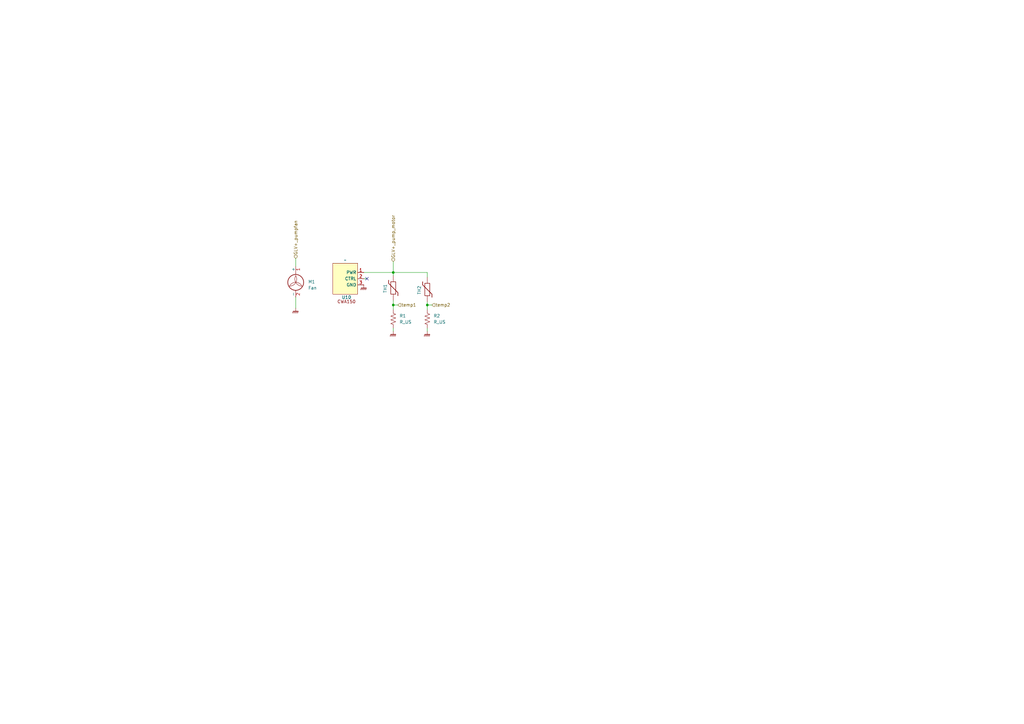
<source format=kicad_sch>
(kicad_sch (version 20231120) (generator "eeschema") (generator_version "8.0")
  (paper "A3")
  (title_block (title "SC FormulaE Electrical System"))
  (lib_symbols
    (symbol "Device:R_US" (pin_numbers hide) (pin_names (offset 0))
      (property "Reference" "R" (at 2.54 0 90))
      (property "Value" "R_US" (at -2.54 0 90))
      (symbol "R_US_0_1"
        (polyline (pts (xy 0 -2.286) (xy 0 -2.54)))
        (polyline (pts (xy 0 2.286) (xy 0 2.54)))
        (polyline (pts (xy 0 -0.762) (xy 1.016 -1.143) (xy 0 -1.524) (xy -1.016 -1.905) (xy 0 -2.286)))
        (polyline (pts (xy 0 0.762) (xy 1.016 0.381) (xy 0 0) (xy -1.016 -0.381) (xy 0 -0.762)))
        (polyline (pts (xy 0 2.286) (xy 1.016 1.905) (xy 0 1.524) (xy -1.016 1.143) (xy 0 0.762)))
      )
      (symbol "R_US_1_1"
        (pin passive line (at 0 3.81 270) (length 1.27) (name "~") (number "1"))
        (pin passive line (at 0 -3.81 90) (length 1.27) (name "~") (number "2"))
      )
    )
    (symbol "Device:Thermistor" (pin_numbers hide) (pin_names (offset 0))
      (property "Reference" "TH" (at 2.54 1.27 90))
      (property "Value" "Thermistor" (at -2.54 0 90))
      (symbol "Thermistor_0_1"
        (rectangle (start -1.016 2.54) (end 1.016 -2.54) (stroke (width 0.2032)))
        (polyline (pts (xy -1.905 3.175) (xy -1.905 1.905) (xy 1.905 -1.905) (xy 1.905 -3.175) (xy 1.905 -3.175)) (stroke (width 0.254)))
      )
      (symbol "Thermistor_1_1"
        (pin passive line (at 0 5.08 270) (length 2.54) (name "~") (number "1"))
        (pin passive line (at 0 -5.08 90) (length 2.54) (name "~") (number "2"))
      )
    )
    (symbol "FSAE:CWA150"
      (property "Reference" "U" (at 0 0 0))
      (symbol "CWA150_1_1"
        (rectangle (start -6.35 13.97) (end 3.81 1.27) (fill (type background)))
        (text "CWA150" (at -0.762 -1.778 0) (effects (font (size 1.27 1.27))))
        (pin input line (at 6.35 10.16 180) (length 2.54) (name "PWR") (number "1"))
        (pin input line (at 6.35 7.62 180) (length 2.54) (name "CTRL") (number "2"))
        (pin input line (at 6.35 5.08 180) (length 2.54) (name "GND") (number "3"))
      )
    )
    (symbol "Motor:Fan" (pin_names (offset 0))
      (property "Reference" "M" (at 2.54 5.08 0))
      (property "Value" "Fan" (at 2.54 -2.54 0))
      (symbol "Fan_0_1"
        (arc (start -2.54 -0.508) (mid 0.0028 0.9121) (end 0 3.81))
        (polyline (pts (xy 0 -5.08) (xy 0 -4.572)))
        (polyline (pts (xy 0 -2.2352) (xy 0 -2.6416)))
        (polyline (pts (xy 0 4.2672) (xy 0 4.6228)))
        (polyline (pts (xy 0 4.572) (xy 0 5.08)))
        (circle (center 0 1.016) (radius 3.2512) (stroke (width 0.254)))
        (arc (start 0 3.81) (mid 0.053 0.921) (end 2.54 -0.508))
        (arc (start 2.54 -0.508) (mid 0 1.0618) (end -2.54 -0.508))
      )
      (symbol "Fan_1_1"
        (pin passive line (at 0 7.62 270) (length 2.54) (name "+") (number "1"))
        (pin passive line (at 0 -5.08 90) (length 2.54) (name "-") (number "2"))
      )
    )
    (symbol "power:GNDPWR" (power) (pin_numbers hide) (pin_names (offset 0) hide)
      (property "Value" "GNDPWR" (at 0 -3.302 0))
      (symbol "GNDPWR_0_1"
        (polyline (pts (xy 0 -1.27) (xy 0 0)))
        (polyline (pts (xy -1.016 -1.27) (xy -1.27 -2.032) (xy -1.27 -2.032)) (stroke (width 0.2032)))
        (polyline (pts (xy -0.508 -1.27) (xy -0.762 -2.032) (xy -0.762 -2.032)) (stroke (width 0.2032)))
        (polyline (pts (xy 0 -1.27) (xy -0.254 -2.032) (xy -0.254 -2.032)) (stroke (width 0.2032)))
        (polyline (pts (xy 0.508 -1.27) (xy 0.254 -2.032) (xy 0.254 -2.032)) (stroke (width 0.2032)))
        (polyline (pts (xy 1.016 -1.27) (xy -1.016 -1.27) (xy -1.016 -1.27)) (stroke (width 0.2032)))
        (polyline (pts (xy 1.016 -1.27) (xy 0.762 -2.032) (xy 0.762 -2.032) (xy 0.762 -2.032)) (stroke (width 0.2032)))
      )
      (symbol "GNDPWR_1_1"
        (pin power_in line (at 0 0 270) (length 0) (name "~") (number "1"))
      )
    )
  )
  (junction (at 161.29 125.095))
  (junction (at 161.29 111.76))
  (junction (at 175.26 125.095))
  (no_connect (at 150.495 114.3))
  (wire (pts (xy 121.285 121.92) (xy 121.285 126.365)))
  (wire (pts (xy 161.29 134.62) (xy 161.29 135.89)))
  (wire (pts (xy 177.165 125.095) (xy 175.26 125.095)))
  (wire (pts (xy 161.29 107.315) (xy 161.29 111.76)))
  (wire (pts (xy 163.195 125.095) (xy 161.29 125.095)))
  (wire (pts (xy 121.285 106.045) (xy 121.285 109.22)))
  (wire (pts (xy 161.29 111.76) (xy 161.29 113.03)))
  (wire (pts (xy 161.29 111.76) (xy 175.26 111.76)))
  (wire (pts (xy 161.29 125.095) (xy 161.29 123.19)))
  (wire (pts (xy 161.29 111.76) (xy 149.225 111.76)))
  (wire (pts (xy 175.26 125.095) (xy 175.26 127)))
  (wire (pts (xy 175.26 111.76) (xy 175.26 113.665)))
  (wire (pts (xy 175.26 134.62) (xy 175.26 135.89)))
  (wire (pts (xy 175.26 123.825) (xy 175.26 125.095)))
  (wire (pts (xy 149.225 114.3) (xy 150.495 114.3)))
  (wire (pts (xy 161.29 125.095) (xy 161.29 127)))
  (hierarchical_label "GLV+_pump_motor" (shape input) (at 161.29 107.315 90))
  (hierarchical_label "temp2" (shape input) (at 177.165 125.095 0))
  (hierarchical_label "temp1" (shape input) (at 163.195 125.095 0))
  (hierarchical_label "GLV+_pumpfan" (shape input) (at 121.285 106.045 90))
  (symbol (lib_id "Device:Thermistor") (at 175.26 118.745 180) (unit 1)
    (property "Reference" "TH2" (at 171.958 118.999 90))
    (property "Value" "Thermistor" (effects (hide yes)))
    (property "Description" "Temperature dependent resistor" (effects (hide yes)))
  )
  (symbol (lib_id "Device:Thermistor") (at 161.29 118.11 180) (unit 1)
    (property "Reference" "TH1" (at 157.988 118.364 90))
    (property "Value" "Thermistor" (effects (hide yes)))
    (property "Description" "Temperature dependent resistor" (effects (hide yes)))
  )
  (symbol (lib_id "FSAE:CWA150") (at 142.875 121.92 0) (unit 1)
    (property "Reference" "U10" (at 142.113 121.92 0))
    (property "Value" "~" (at 141.605 106.68 0))
  )
  (symbol (lib_id "power:GNDPWR") (at 149.225 116.84 0) (unit 1)
    (property "Reference" "#PWR03" (effects (hide yes)))
    (property "Value" "GNDPWR" (effects (hide yes)))
    (property "Description" "Power symbol creates a global label with name \"GNDPWR\" , global ground" (effects (hide yes)))
  )
  (symbol (lib_id "power:GNDPWR") (at 161.29 135.89 0) (unit 1)
    (property "Reference" "#PWR05" (effects (hide yes)))
    (property "Value" "GNDPWR" (effects (hide yes)))
    (property "Description" "Power symbol creates a global label with name \"GNDPWR\" , global ground" (effects (hide yes)))
  )
  (symbol (lib_id "power:GNDPWR") (at 175.26 135.89 0) (unit 1)
    (property "Reference" "#PWR06" (effects (hide yes)))
    (property "Value" "GNDPWR" (effects (hide yes)))
    (property "Description" "Power symbol creates a global label with name \"GNDPWR\" , global ground" (effects (hide yes)))
  )
  (symbol (lib_id "Motor:Fan") (at 121.285 116.84 0) (unit 1)
    (property "Reference" "M1" (at 126.365 115.5699 0) (effects (justify left)))
    (property "Value" "Fan" (at 126.365 118.1099 0) (effects (justify left)))
    (property "Description" "Fan" (effects (hide yes)))
  )
  (symbol (lib_id "Device:R_US") (at 161.29 130.81 0) (unit 1)
    (property "Reference" "R1" (at 163.83 129.5399 0) (effects (justify left)))
    (property "Value" "R_US" (at 163.83 132.0799 0) (effects (justify left)))
    (property "Description" "Resistor, US symbol" (effects (hide yes)))
  )
  (symbol (lib_id "Device:R_US") (at 175.26 130.81 0) (unit 1)
    (property "Reference" "R2" (at 177.8 129.5399 0) (effects (justify left)))
    (property "Value" "R_US" (at 177.8 132.0799 0) (effects (justify left)))
    (property "Description" "Resistor, US symbol" (effects (hide yes)))
  )
  (symbol (lib_id "power:GNDPWR") (at 121.285 126.365 0) (unit 1)
    (property "Reference" "#PWR04" (effects (hide yes)))
    (property "Value" "GNDPWR" (effects (hide yes)))
    (property "Description" "Power symbol creates a global label with name \"GNDPWR\" , global ground" (effects (hide yes)))
  )
)
</source>
